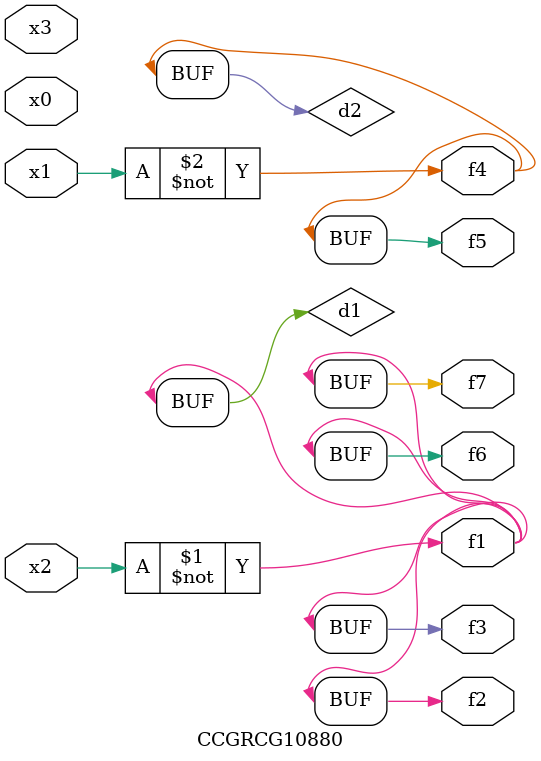
<source format=v>
module CCGRCG10880(
	input x0, x1, x2, x3,
	output f1, f2, f3, f4, f5, f6, f7
);

	wire d1, d2;

	xnor (d1, x2);
	not (d2, x1);
	assign f1 = d1;
	assign f2 = d1;
	assign f3 = d1;
	assign f4 = d2;
	assign f5 = d2;
	assign f6 = d1;
	assign f7 = d1;
endmodule

</source>
